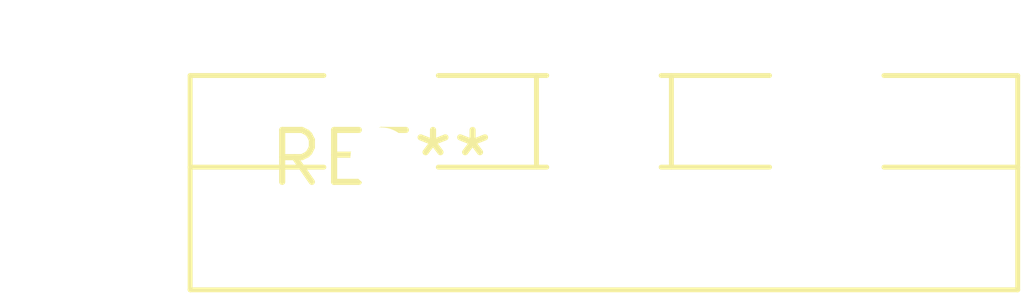
<source format=kicad_pcb>
(kicad_pcb (version 20240108) (generator pcbnew)
  (layers (0 "F.Cu" signal) (31 "B.Cu" signal) (34 "B.Paste" user) (35 "F.Paste" user) (36 "B.SilkS" user "B.Silkscreen") (37 "F.SilkS" user "F.Silkscreen") (38 "B.Mask" user) (39 "F.Mask" user) (44 "Edge.Cuts" user))
  (net 0 "")
  (footprint "TO-264-3_Vertical" (layer "F.Cu") (at 0 0)
    (property "Reference" "REF**")
    (property "Value" "TO-264-3_Vertical")
    (fp_line (start -4.67 -2.021) (end -4.67 3.22) (layer "F.SilkS") (stroke (width 0.12)))
    (fp_line (start -4.67 -2.021) (end -1.4 -2.021) (layer "F.SilkS") (stroke (width 0.12)))
    (fp_line (start -4.67 0.22) (end -1.4 0.22) (layer "F.SilkS") (stroke (width 0.12)))
    (fp_line (start -4.67 3.22) (end 15.57 3.22) (layer "F.SilkS") (stroke (width 0.12)))
    (fp_line (start 1.4 -2.021) (end 4.051 -2.021) (layer "F.SilkS") (stroke (width 0.12)))
    (fp_line (start 1.4 0.22) (end 4.051 0.22) (layer "F.SilkS") (stroke (width 0.12)))
    (fp_line (start 3.8 -2.021) (end 3.8 0.22) (layer "F.SilkS") (stroke (width 0.12)))
    (fp_line (start 6.85 -2.021) (end 9.5 -2.021) (layer "F.SilkS") (stroke (width 0.12)))
    (fp_line (start 6.85 0.22) (end 9.5 0.22) (layer "F.SilkS") (stroke (width 0.12)))
    (fp_line (start 7.1 -2.021) (end 7.1 0.22) (layer "F.SilkS") (stroke (width 0.12)))
    (fp_line (start 12.3 -2.021) (end 15.57 -2.021) (layer "F.SilkS") (stroke (width 0.12)))
    (fp_line (start 12.3 0.22) (end 15.57 0.22) (layer "F.SilkS") (stroke (width 0.12)))
    (fp_line (start 15.57 -2.021) (end 15.57 3.22) (layer "F.SilkS") (stroke (width 0.12)))
    (pad "1" thru_hole rect (at 0 0) (size 2.5 4.5) (drill 1.5) (layers *.Cu *.Mask) (remove_unused_layers))
    (pad "2" thru_hole oval (at 5.45 0) (size 2.5 4.5) (drill 1.5) (layers *.Cu *.Mask) (remove_unused_layers))
    (pad "3" thru_hole oval (at 10.9 0) (size 2.5 4.5) (drill 1.5) (layers *.Cu *.Mask) (remove_unused_layers))
  )
)
</source>
